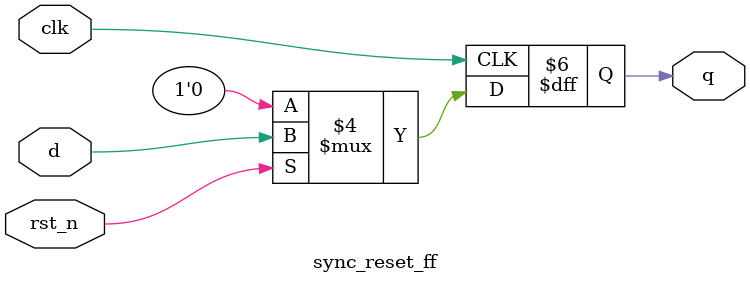
<source format=sv>
module sync_reset_ff (
    input logic clk,      // Clock input
    input logic rst_n,    // Synchronous reset, active low
    input logic d,        // Data input
    output logic q        // Data output
);

    always_ff @(posedge clk) begin
        if (!rst_n) begin
            q <= 1'b0;    // Reset the flip-flop output to 0
        end else begin
            q <= d;       // Set the flip-flop output to the input data
        end
    end

endmodule

</source>
